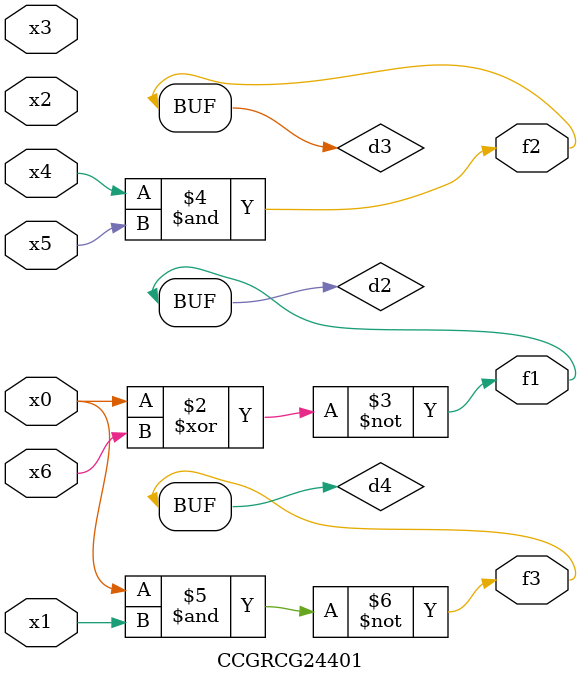
<source format=v>
module CCGRCG24401(
	input x0, x1, x2, x3, x4, x5, x6,
	output f1, f2, f3
);

	wire d1, d2, d3, d4;

	nor (d1, x0);
	xnor (d2, x0, x6);
	and (d3, x4, x5);
	nand (d4, x0, x1);
	assign f1 = d2;
	assign f2 = d3;
	assign f3 = d4;
endmodule

</source>
